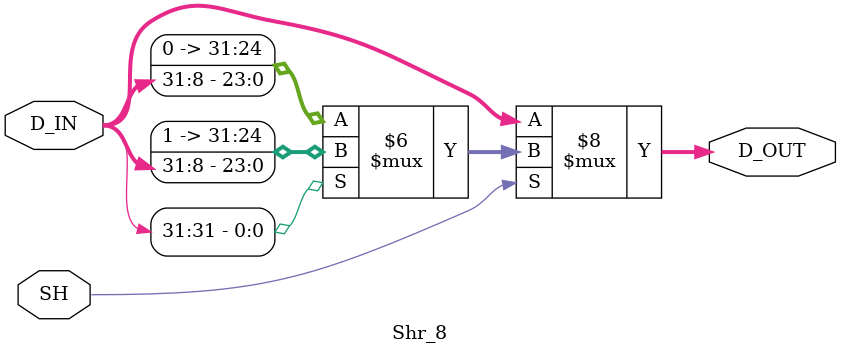
<source format=v>
`timescale 1 ns/1 ns

module Shr_8(SH, D_IN, D_OUT);

	input SH;
	input  [31:0] D_IN;
	output [31:0] D_OUT;
	reg    [31:0] D_OUT;

	// CombLogic
	always @(SH, D_IN) begin
		if(SH == 1'b1) begin
			if(D_IN[31] == 1'b1)
				D_OUT <= {8'hFF, D_IN[31:8]};
			else
				D_OUT <= {8'h0, D_IN[31:8]};
		end
		else
			D_OUT <= D_IN;
	end
endmodule
</source>
